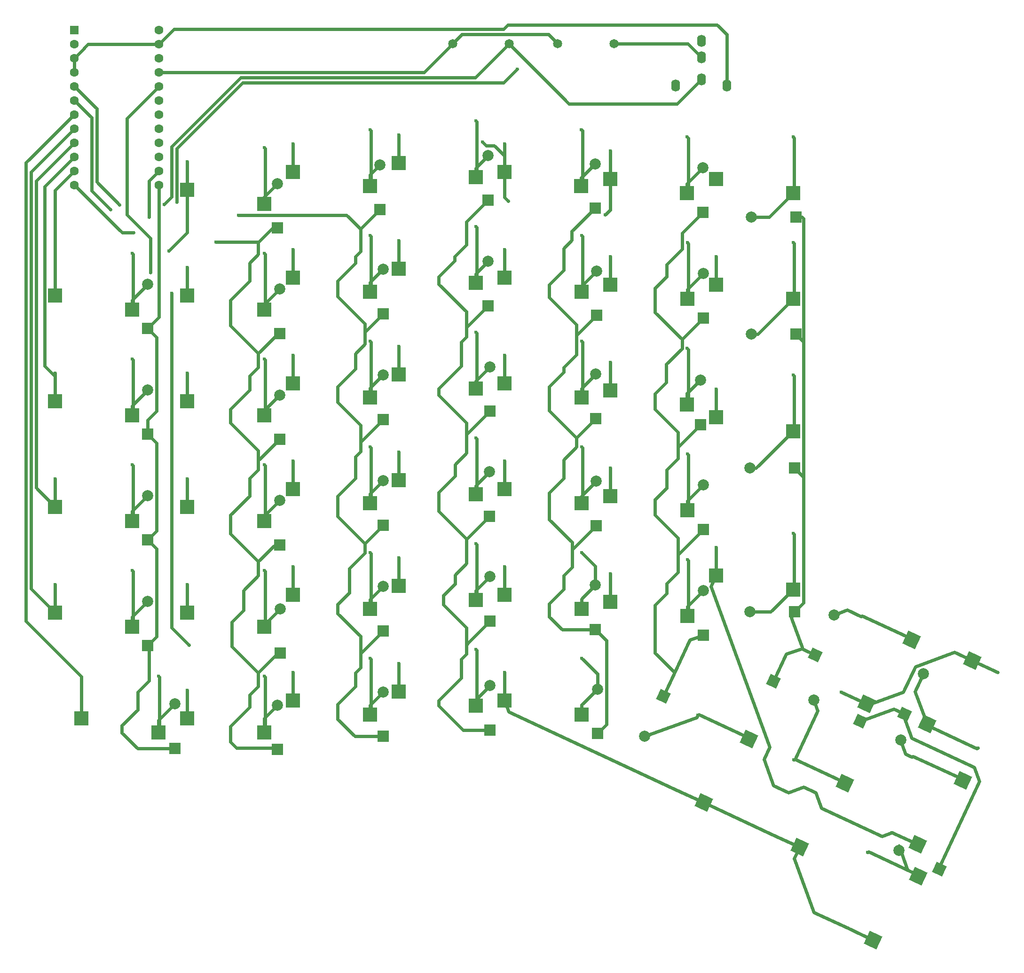
<source format=gbr>
G04 #@! TF.GenerationSoftware,KiCad,Pcbnew,(6.0.9-0)*
G04 #@! TF.CreationDate,2023-04-19T21:40:38+10:00*
G04 #@! TF.ProjectId,ErgoMaxReversible,4572676f-4d61-4785-9265-766572736962,rev?*
G04 #@! TF.SameCoordinates,Original*
G04 #@! TF.FileFunction,Copper,L1,Top*
G04 #@! TF.FilePolarity,Positive*
%FSLAX46Y46*%
G04 Gerber Fmt 4.6, Leading zero omitted, Abs format (unit mm)*
G04 Created by KiCad (PCBNEW (6.0.9-0)) date 2023-04-19 21:40:38*
%MOMM*%
%LPD*%
G01*
G04 APERTURE LIST*
G04 Aperture macros list*
%AMRotRect*
0 Rectangle, with rotation*
0 The origin of the aperture is its center*
0 $1 length*
0 $2 width*
0 $3 Rotation angle, in degrees counterclockwise*
0 Add horizontal line*
21,1,$1,$2,0,0,$3*%
G04 Aperture macros list end*
G04 #@! TA.AperFunction,SMDPad,CuDef*
%ADD10R,2.550000X2.500000*%
G04 #@! TD*
G04 #@! TA.AperFunction,SMDPad,CuDef*
%ADD11RotRect,2.550000X2.500000X65.000000*%
G04 #@! TD*
G04 #@! TA.AperFunction,SMDPad,CuDef*
%ADD12RotRect,2.550000X2.500000X245.000000*%
G04 #@! TD*
G04 #@! TA.AperFunction,ComponentPad*
%ADD13R,1.600000X1.600000*%
G04 #@! TD*
G04 #@! TA.AperFunction,ComponentPad*
%ADD14C,1.600000*%
G04 #@! TD*
G04 #@! TA.AperFunction,ComponentPad*
%ADD15C,2.000000*%
G04 #@! TD*
G04 #@! TA.AperFunction,ComponentPad*
%ADD16R,2.000000X2.000000*%
G04 #@! TD*
G04 #@! TA.AperFunction,ComponentPad*
%ADD17RotRect,2.000000X2.000000X245.000000*%
G04 #@! TD*
G04 #@! TA.AperFunction,ComponentPad*
%ADD18RotRect,2.000000X2.000000X65.000000*%
G04 #@! TD*
G04 #@! TA.AperFunction,ComponentPad*
%ADD19RotRect,2.000000X2.000000X155.000000*%
G04 #@! TD*
G04 #@! TA.AperFunction,ComponentPad*
%ADD20RotRect,2.000000X2.000000X335.000000*%
G04 #@! TD*
G04 #@! TA.AperFunction,ComponentPad*
%ADD21O,1.600000X2.200000*%
G04 #@! TD*
G04 #@! TA.AperFunction,ComponentPad*
%ADD22C,1.651000*%
G04 #@! TD*
G04 #@! TA.AperFunction,ViaPad*
%ADD23C,0.609600*%
G04 #@! TD*
G04 #@! TA.AperFunction,Conductor*
%ADD24C,0.600000*%
G04 #@! TD*
G04 APERTURE END LIST*
D10*
X153558616Y-70529377D03*
X139708616Y-67989377D03*
D11*
X263226594Y-203172059D03*
X271381878Y-191693147D03*
X249998727Y-186447464D03*
X258154011Y-174968552D03*
X232728081Y-178429286D03*
X240883365Y-166950374D03*
D10*
X196868618Y-159985742D03*
X210718618Y-162525742D03*
X177818613Y-158405740D03*
X191668613Y-160945740D03*
X158768620Y-160005739D03*
X172618620Y-162545739D03*
X139718622Y-163205742D03*
X153568622Y-165745742D03*
X120668611Y-163205738D03*
X134518611Y-165745738D03*
D11*
X271259454Y-185932437D03*
X279414738Y-174453525D03*
D10*
X234968619Y-137485741D03*
X248818619Y-140025741D03*
X215918618Y-142245739D03*
X229768618Y-144785739D03*
X196868617Y-140945743D03*
X210718617Y-143485743D03*
X177818616Y-139365741D03*
X191668616Y-141905741D03*
X158768619Y-140975738D03*
X172618619Y-143515738D03*
X139718620Y-144155744D03*
X153568620Y-146695744D03*
X115908614Y-144155738D03*
X129758614Y-146695738D03*
D12*
X281096277Y-152816997D03*
X272940993Y-164295909D03*
D11*
X262050539Y-160617265D03*
X270205823Y-149138353D03*
D10*
X215918610Y-123216582D03*
X229768610Y-125756582D03*
X196868616Y-121905743D03*
X210718616Y-124445743D03*
X177818625Y-120322981D03*
X191668625Y-122862981D03*
X158768619Y-121925985D03*
X172618619Y-124465985D03*
X139710213Y-125117779D03*
X153560213Y-127657779D03*
X115914015Y-125109582D03*
X129764015Y-127649582D03*
X234968620Y-108931381D03*
X248818620Y-111471381D03*
X215876214Y-104171780D03*
X229726214Y-106711780D03*
X210693057Y-105401000D03*
X196843057Y-102861000D03*
X177797655Y-101275284D03*
X191647655Y-103815284D03*
X172603216Y-105418359D03*
X158753216Y-102878359D03*
X153554471Y-108619081D03*
X139704471Y-106079081D03*
X129753700Y-108609480D03*
X115903700Y-106069480D03*
X234968619Y-85111673D03*
X248818619Y-87651673D03*
X215918613Y-85119260D03*
X229768613Y-87659260D03*
X210693216Y-86363164D03*
X196843216Y-83823164D03*
X191651315Y-84770823D03*
X177801315Y-82230823D03*
X158755716Y-83836383D03*
X172605716Y-86376383D03*
X153555714Y-89566383D03*
X139705714Y-87026383D03*
X129750296Y-89566382D03*
X115900296Y-87026382D03*
X248818614Y-68611380D03*
X234968614Y-66071380D03*
X229726369Y-68609383D03*
X215876369Y-66069383D03*
X210688616Y-67309381D03*
X196838616Y-64769381D03*
X191648615Y-65725384D03*
X177798615Y-63185384D03*
X172608623Y-67322783D03*
X158758623Y-64782783D03*
D13*
X119398274Y-39174381D03*
D14*
X119398274Y-41714381D03*
X119398274Y-44254381D03*
X119398274Y-46794381D03*
X119398274Y-49334381D03*
X119398274Y-51874381D03*
X119398274Y-54414381D03*
X119398274Y-56954381D03*
X119398274Y-59494381D03*
X119398274Y-62034381D03*
X119398274Y-64574381D03*
X119398274Y-67114381D03*
X134638274Y-67114381D03*
X134638274Y-64574381D03*
X134638274Y-62034381D03*
X134638274Y-59494381D03*
X134638274Y-56954381D03*
X134638274Y-54414381D03*
X134638274Y-51874381D03*
X134638274Y-49334381D03*
X134638274Y-46794381D03*
X134638274Y-44254381D03*
X134638274Y-41714381D03*
X134638274Y-39174381D03*
D15*
X194162249Y-118829278D03*
D16*
X194162249Y-126829278D03*
X213372274Y-128528543D03*
D15*
X213372274Y-120528543D03*
X232622775Y-121195905D03*
D16*
X232622775Y-129195905D03*
D17*
X252829802Y-151836731D03*
D15*
X256210748Y-144586269D03*
X272276253Y-155216169D03*
D17*
X268895307Y-162466631D03*
D16*
X132612777Y-150135071D03*
D15*
X132612777Y-142135071D03*
X156422778Y-143500000D03*
D16*
X156422778Y-151500000D03*
X175020003Y-147460007D03*
D15*
X175020003Y-139460007D03*
X194182580Y-137716718D03*
D16*
X194182580Y-145716718D03*
X132618182Y-131088904D03*
D15*
X132618182Y-123088904D03*
X175020003Y-120410246D03*
D16*
X175020003Y-128410246D03*
X156345306Y-131990147D03*
D15*
X156345306Y-123990147D03*
X222085646Y-166489987D03*
D18*
X225466592Y-159239525D03*
D16*
X213572778Y-165965071D03*
D15*
X213572778Y-157965071D03*
X194228302Y-157343298D03*
D16*
X194228302Y-165343298D03*
X175020000Y-166490000D03*
D15*
X175020000Y-158490000D03*
X155956000Y-160846000D03*
D16*
X155956000Y-168846000D03*
X137479610Y-168645298D03*
D15*
X137479610Y-160645298D03*
X268181048Y-167130788D03*
D19*
X260930586Y-163749842D03*
D16*
X249048615Y-144035742D03*
D15*
X241048615Y-144035742D03*
X232622776Y-140225065D03*
D16*
X232622776Y-148225065D03*
D19*
X245284186Y-156594665D03*
D15*
X252534648Y-159975611D03*
X213191931Y-139240720D03*
D16*
X213191931Y-147240720D03*
X193920957Y-69844382D03*
D15*
X193920957Y-61844382D03*
X213163990Y-63299808D03*
D16*
X213163990Y-71299808D03*
X232580533Y-72048711D03*
D15*
X232580533Y-64048711D03*
D16*
X249302616Y-72915738D03*
D15*
X241302616Y-72915738D03*
D16*
X132604462Y-93005705D03*
D15*
X132604462Y-85005705D03*
X156340799Y-85898745D03*
D16*
X156340799Y-93898745D03*
X175007099Y-90320650D03*
D15*
X175007099Y-82320650D03*
X193860000Y-80904541D03*
D16*
X193860000Y-88904541D03*
D20*
X275151231Y-190412473D03*
D15*
X267900769Y-187031527D03*
X232622770Y-83098589D03*
D16*
X232622770Y-91098589D03*
X213435777Y-90603799D03*
D15*
X213435777Y-82603799D03*
X155950000Y-66870000D03*
D16*
X155950000Y-74870000D03*
X232122553Y-110298961D03*
D15*
X232122553Y-102298961D03*
X174441045Y-63522798D03*
D16*
X174441045Y-71522798D03*
X249048615Y-118127743D03*
D15*
X241048615Y-118127743D03*
X213303701Y-101216917D03*
D16*
X213303701Y-109216917D03*
X194233377Y-107893586D03*
D15*
X194233377Y-99893586D03*
X175004603Y-101362626D03*
D16*
X175004603Y-109362626D03*
X156339569Y-112951443D03*
D15*
X156339569Y-104951443D03*
X132607859Y-104048807D03*
D16*
X132607859Y-112048807D03*
D15*
X241302617Y-93997740D03*
D16*
X249302617Y-93997740D03*
D21*
X232297818Y-44139940D03*
X232297818Y-41139940D03*
X232297818Y-48139940D03*
X227697818Y-49239940D03*
X236897818Y-49239940D03*
D22*
X216594537Y-41671202D03*
X206434537Y-41671202D03*
X197656294Y-41671199D03*
X187496294Y-41671199D03*
D23*
X210718618Y-152365742D03*
X133096000Y-82855483D03*
X136906000Y-86614000D03*
X130048000Y-75692000D03*
X136398000Y-78994000D03*
X148959477Y-72579378D03*
X132842000Y-72898000D03*
X144856382Y-77356382D03*
X137828816Y-70214258D03*
X125909600Y-71590400D03*
X199136000Y-46228000D03*
X135547374Y-70612000D03*
X127508000Y-70681300D03*
X139708616Y-62909377D03*
X140000000Y-150000000D03*
X234968619Y-80031673D03*
X215918613Y-80039260D03*
X196843216Y-78743164D03*
X177801315Y-77150823D03*
X158755716Y-78756383D03*
X139705714Y-81946383D03*
X139704471Y-100999081D03*
X158753216Y-97798359D03*
X177797655Y-96195284D03*
X196843057Y-97781000D03*
X215876214Y-99091780D03*
X234968620Y-103851381D03*
X215918610Y-118136582D03*
X196868616Y-116825743D03*
X177818625Y-115242981D03*
X158768619Y-116845985D03*
X139710213Y-120037779D03*
X158758623Y-59702783D03*
X177798615Y-58105384D03*
X196838616Y-59689381D03*
X215876369Y-60989383D03*
X234968614Y-66071380D03*
X215000000Y-72500000D03*
X197500000Y-70000000D03*
X192857283Y-59352864D03*
X234968619Y-132405741D03*
X215918618Y-137165739D03*
X196868617Y-135865743D03*
X177818616Y-134285741D03*
X158768619Y-135895738D03*
X139718620Y-139075744D03*
X115908614Y-139075738D03*
X196868618Y-154905742D03*
X177818613Y-153325740D03*
X158768620Y-154925739D03*
X139718622Y-158125742D03*
X120668611Y-158125738D03*
X115914015Y-120029582D03*
X115903700Y-100989480D03*
X115900296Y-81946382D03*
X210718617Y-133325743D03*
X129750296Y-79406382D03*
X129753700Y-98449480D03*
X129764015Y-117489582D03*
X129758614Y-136535738D03*
X134518611Y-155585738D03*
X153568620Y-136535744D03*
X153560213Y-117497779D03*
X153554471Y-98459081D03*
X153555714Y-79406383D03*
X153558616Y-60369377D03*
X172608623Y-57162783D03*
X172605716Y-76216383D03*
X172603216Y-95258359D03*
X172618619Y-114305985D03*
X172618619Y-133355738D03*
X153568622Y-155585742D03*
X172618620Y-152385739D03*
X191668613Y-150785740D03*
X191668616Y-131745741D03*
X191668625Y-112702981D03*
X191647655Y-93655284D03*
X191651315Y-74610823D03*
X191648615Y-55565384D03*
X210688616Y-57149381D03*
X210693216Y-76203164D03*
X210693057Y-95241000D03*
X210718616Y-114285743D03*
X248818619Y-129865741D03*
X248818620Y-101311381D03*
X248818619Y-77491673D03*
X248818614Y-58451380D03*
X229726369Y-58449383D03*
X229768613Y-77499260D03*
X229726214Y-96551780D03*
X229768610Y-115596582D03*
X229768618Y-134625739D03*
X231669429Y-162658913D03*
X248940075Y-170677093D03*
X260991875Y-144846900D03*
X285694464Y-154966236D03*
X257440642Y-158472714D03*
X282143223Y-168592048D03*
X270200797Y-170162067D03*
X266649557Y-183787874D03*
X228118183Y-176284726D03*
X245388828Y-184302905D03*
X258616698Y-201027510D03*
X262167937Y-187401697D03*
D24*
X153568622Y-165745742D02*
X153568622Y-163233378D01*
X153568622Y-163233378D02*
X155956000Y-160846000D01*
X213572778Y-157965071D02*
X213572778Y-155219902D01*
X213572778Y-155219902D02*
X210718618Y-152365742D01*
X241302616Y-72915738D02*
X244514256Y-72915738D01*
X244514256Y-72915738D02*
X248818614Y-68611380D01*
X134638274Y-41714381D02*
X137317733Y-39034922D01*
X137317733Y-39034922D02*
X196677078Y-39034922D01*
X235136297Y-38239939D02*
X236897818Y-40001460D01*
X196677078Y-39034922D02*
X197472061Y-38239939D01*
X197472061Y-38239939D02*
X235136297Y-38239939D01*
X236897818Y-40001460D02*
X236897818Y-49239940D01*
X121158000Y-42494655D02*
X121158000Y-42418000D01*
X121158000Y-42418000D02*
X121861619Y-41714381D01*
X119398274Y-44254381D02*
X121158000Y-42494655D01*
X121861619Y-41714381D02*
X134638274Y-41714381D01*
X136906000Y-146906000D02*
X140000000Y-150000000D01*
X128840696Y-72452696D02*
X133096000Y-76708000D01*
X133096000Y-76708000D02*
X133096000Y-82855483D01*
X128840696Y-55131959D02*
X128840696Y-72452696D01*
X136906000Y-86614000D02*
X136906000Y-146906000D01*
X139708616Y-67989377D02*
X139708616Y-75683384D01*
X139708616Y-75683384D02*
X136398000Y-78994000D01*
X127975893Y-75692000D02*
X119398274Y-67114381D01*
X130048000Y-75692000D02*
X127975893Y-75692000D01*
X134638274Y-64574381D02*
X132842000Y-66370655D01*
X132842000Y-66370655D02*
X132842000Y-72898000D01*
X119398274Y-51874381D02*
X122500000Y-54976107D01*
X122500000Y-54976107D02*
X122500000Y-68180800D01*
X122500000Y-68180800D02*
X125909600Y-71590400D01*
X196707200Y-48656800D02*
X199136000Y-46228000D01*
X149717200Y-48656800D02*
X196707200Y-48656800D01*
X123404800Y-53340907D02*
X123404800Y-66578100D01*
X119398274Y-49334381D02*
X123404800Y-53340907D01*
X149342420Y-47752000D02*
X191575493Y-47752000D01*
X123404800Y-66578100D02*
X127508000Y-70681300D01*
X191575493Y-47752000D02*
X197656294Y-41671199D01*
X135547374Y-70612000D02*
X136924016Y-69235358D01*
X136924016Y-69235358D02*
X136924017Y-60170403D01*
X136924017Y-60170403D02*
X149342420Y-47752000D01*
X137828816Y-70214258D02*
X137828816Y-60545184D01*
X137828816Y-60545184D02*
X149717200Y-48656800D01*
X216594537Y-41671202D02*
X229829080Y-41671202D01*
X229829080Y-41671202D02*
X232297818Y-44139940D01*
X197656294Y-41671199D02*
X208485095Y-52500000D01*
X208485095Y-52500000D02*
X227937758Y-52500000D01*
X227937758Y-52500000D02*
X232297818Y-48139940D01*
X187496294Y-41671199D02*
X189167493Y-40000000D01*
X189167493Y-40000000D02*
X204763335Y-40000000D01*
X204763335Y-40000000D02*
X206434537Y-41671202D01*
X134638274Y-46794381D02*
X182373112Y-46794381D01*
X182373112Y-46794381D02*
X187496294Y-41671199D01*
X119398274Y-44254381D02*
X119398274Y-46794381D01*
X134638274Y-49334381D02*
X128840696Y-55131959D01*
X119398274Y-54414381D02*
X110690400Y-63122255D01*
X120668611Y-155668611D02*
X120668611Y-163205738D01*
X110690400Y-63122255D02*
X110690400Y-145690400D01*
X110690400Y-145690400D02*
X120668611Y-155668611D01*
X119398274Y-56954381D02*
X111595200Y-64757455D01*
X111595200Y-64757455D02*
X111595201Y-139842325D01*
X111595201Y-139842325D02*
X115908614Y-144155738D01*
X115903700Y-101596300D02*
X114020496Y-99713096D01*
X114020496Y-99713096D02*
X114020496Y-67412159D01*
X114020496Y-67412159D02*
X119398274Y-62034381D01*
X119398274Y-59494381D02*
X112500000Y-66392655D01*
X112500000Y-66392655D02*
X112500000Y-121695567D01*
X112500000Y-121695567D02*
X115914015Y-125109582D01*
X115900296Y-81946382D02*
X115900296Y-68072359D01*
X115900296Y-68072359D02*
X119398274Y-64574381D01*
X234968619Y-85111673D02*
X234968619Y-80031673D01*
X215918613Y-85119260D02*
X215918613Y-80039260D01*
X196843216Y-83823164D02*
X196843216Y-78743164D01*
X177801315Y-82230823D02*
X177801315Y-77150823D01*
X158755716Y-83836383D02*
X158755716Y-78756383D01*
X139705714Y-87026383D02*
X139705714Y-81946383D01*
X139704471Y-106079081D02*
X139704471Y-100999081D01*
X158753216Y-102878359D02*
X158753216Y-97798359D01*
X177797655Y-101275284D02*
X177797655Y-96195284D01*
X196843057Y-102861000D02*
X196843057Y-97781000D01*
X215876214Y-104171780D02*
X215876214Y-99091780D01*
X234968620Y-108931381D02*
X234968620Y-103851381D01*
X215918610Y-123216582D02*
X215918610Y-118136582D01*
X196868616Y-121905743D02*
X196868616Y-116825743D01*
X177818625Y-120322981D02*
X177818625Y-115242981D01*
X158768619Y-121925985D02*
X158768619Y-116845985D01*
X139710213Y-125117779D02*
X139710213Y-120037779D01*
X139708616Y-67989377D02*
X139708616Y-62909377D01*
X158758623Y-64782783D02*
X158758623Y-59702783D01*
X177798615Y-63185384D02*
X177798615Y-58105384D01*
X196838616Y-64769381D02*
X196838616Y-59689381D01*
X215876369Y-66069383D02*
X215876369Y-60989383D01*
X215000000Y-72500000D02*
X215876369Y-71623631D01*
X196838616Y-64769381D02*
X196838616Y-69338616D01*
X196838616Y-69338616D02*
X197500000Y-70000000D01*
X215876369Y-71623631D02*
X215876369Y-66069383D01*
X193504419Y-60000000D02*
X195000000Y-60000000D01*
X196838616Y-61838616D02*
X196838616Y-64769381D01*
X192857283Y-59352864D02*
X193504419Y-60000000D01*
X195000000Y-60000000D02*
X196838616Y-61838616D01*
X234968619Y-137485741D02*
X234968619Y-132405741D01*
X215918618Y-142245739D02*
X215918618Y-137165739D01*
X196868617Y-140945743D02*
X196868617Y-135865743D01*
X177818616Y-139365741D02*
X177818616Y-134285741D01*
X158768619Y-140975738D02*
X158768619Y-135895738D01*
X139718620Y-144155744D02*
X139718620Y-139075744D01*
X115908614Y-144155738D02*
X115908614Y-139075738D01*
X196868618Y-159985742D02*
X196868618Y-154905742D01*
X177818613Y-158405740D02*
X177818613Y-153325740D01*
X158768620Y-160005739D02*
X158768620Y-154925739D01*
X139718622Y-163205742D02*
X139718622Y-158125742D01*
X120668611Y-163205738D02*
X120668611Y-158125738D01*
X115914015Y-125109582D02*
X115914015Y-120029582D01*
X115903700Y-106069480D02*
X115903700Y-100989480D01*
X115900296Y-87026382D02*
X115900296Y-81946382D01*
X241048615Y-144035742D02*
X244808618Y-144035742D01*
X244808618Y-144035742D02*
X248818619Y-140025741D01*
X241048615Y-118127743D02*
X242162258Y-118127743D01*
X242162258Y-118127743D02*
X248818620Y-111471381D01*
X241302617Y-93997740D02*
X242472552Y-93997740D01*
X242472552Y-93997740D02*
X248818619Y-87651673D01*
X250698419Y-95393542D02*
X250698419Y-73198419D01*
X250698419Y-73198419D02*
X250415738Y-72915738D01*
X250415738Y-72915738D02*
X249302616Y-72915738D01*
X250698419Y-119777547D02*
X250698419Y-95393542D01*
X250698419Y-95393542D02*
X249302617Y-93997740D01*
X249048615Y-144035742D02*
X250698419Y-142385938D01*
X250698419Y-119777547D02*
X249048615Y-118127743D01*
X250698419Y-142385938D02*
X250698419Y-119777547D01*
X228816614Y-94904745D02*
X223968612Y-90056743D01*
X223968612Y-90056743D02*
X223968612Y-85686881D01*
X223968612Y-85686881D02*
X226022514Y-83632979D01*
X226022514Y-83632979D02*
X226022514Y-81477486D01*
X226022514Y-81477486D02*
X228859013Y-78640987D01*
X228859013Y-78640987D02*
X228859013Y-75770231D01*
X228859013Y-75770231D02*
X232580533Y-72048711D01*
X228068611Y-114352903D02*
X228068611Y-111703317D01*
X228068611Y-111703317D02*
X223926213Y-107560919D01*
X228816614Y-96610520D02*
X228816614Y-94904745D01*
X223926213Y-107560919D02*
X223926213Y-104739401D01*
X223926213Y-104739401D02*
X225980115Y-102685499D01*
X225980115Y-102685499D02*
X225980115Y-99447019D01*
X225980115Y-99447019D02*
X228816614Y-96610520D01*
X228816614Y-94904745D02*
X232622770Y-91098589D01*
X228068619Y-133750061D02*
X228068619Y-130705731D01*
X223968609Y-123784203D02*
X226022511Y-121730301D01*
X228068619Y-130705731D02*
X223968609Y-126605721D01*
X223968609Y-126605721D02*
X223968609Y-123784203D01*
X226022511Y-118491821D02*
X228068611Y-116445721D01*
X226022511Y-121730301D02*
X226022511Y-118491821D01*
X228068611Y-116445721D02*
X228068611Y-114352903D01*
X228068611Y-114352903D02*
X232122553Y-110298961D01*
X227461479Y-154961479D02*
X230189790Y-149110603D01*
X225466588Y-159239530D02*
X227461479Y-154961479D01*
X227461479Y-154961479D02*
X223968617Y-151468617D01*
X223968617Y-151468617D02*
X223968617Y-142813360D01*
X223968617Y-142813360D02*
X226022519Y-140759458D01*
X226022519Y-140759458D02*
X226022519Y-138977481D01*
X226022519Y-138977481D02*
X228068619Y-136931381D01*
X228068619Y-136931381D02*
X228068619Y-133750061D01*
X228068619Y-133750061D02*
X232622775Y-129195905D01*
X209783457Y-94256119D02*
X209783457Y-92283457D01*
X209783457Y-92283457D02*
X204893215Y-87393215D01*
X204893215Y-87393215D02*
X204893215Y-85106785D01*
X204893215Y-85106785D02*
X207500000Y-82500000D01*
X207500000Y-82500000D02*
X207500000Y-78545520D01*
X207500000Y-78545520D02*
X208993217Y-77052303D01*
X208993217Y-77052303D02*
X208993217Y-75470581D01*
X208993217Y-75470581D02*
X213163990Y-71299808D01*
X209809016Y-112690984D02*
X204893056Y-107775024D01*
X207500000Y-100000000D02*
X209783457Y-97716543D01*
X204893056Y-107775024D02*
X204893056Y-103428621D01*
X204893056Y-103428621D02*
X207500000Y-100821677D01*
X207500000Y-100821677D02*
X207500000Y-100000000D01*
X209783457Y-97716543D02*
X209783457Y-94256119D01*
X209783457Y-94256119D02*
X213435777Y-90603799D01*
X209018618Y-132882199D02*
X209018618Y-131518618D01*
X209809016Y-112690984D02*
X213283083Y-109216917D01*
X207500000Y-120000000D02*
X207500000Y-116653499D01*
X204918615Y-127418615D02*
X204918615Y-122581385D01*
X204918615Y-122581385D02*
X207500000Y-120000000D01*
X209018618Y-131518618D02*
X204918615Y-127418615D01*
X207500000Y-116653499D02*
X209809016Y-114344483D01*
X209809016Y-114344483D02*
X209809016Y-112690984D01*
X213283083Y-109216917D02*
X213303701Y-109216917D01*
X213191931Y-147240720D02*
X207240720Y-147240720D01*
X209018618Y-132882199D02*
X213372274Y-128528543D01*
X204918616Y-144918616D02*
X204918616Y-142581384D01*
X207240720Y-147240720D02*
X204918616Y-144918616D01*
X204918616Y-142581384D02*
X207500000Y-140000000D01*
X207500000Y-140000000D02*
X207500000Y-137500000D01*
X207500000Y-137500000D02*
X209018618Y-135981382D01*
X209018618Y-135981382D02*
X209018618Y-132882199D01*
X213191931Y-139240720D02*
X213191931Y-135799057D01*
X213191931Y-135799057D02*
X210718617Y-133325743D01*
X213572778Y-165965071D02*
X215177578Y-164360271D01*
X215177578Y-164360271D02*
X215177578Y-149226367D01*
X215177578Y-149226367D02*
X213191931Y-147240720D01*
X189947656Y-92816885D02*
X189947656Y-89947656D01*
X189947656Y-89947656D02*
X185000000Y-85000000D01*
X185000000Y-85000000D02*
X185000000Y-83649758D01*
X185000000Y-83649758D02*
X187905216Y-80744542D01*
X187905216Y-80744542D02*
X187905216Y-80000000D01*
X190000000Y-77905216D02*
X190000000Y-73765339D01*
X187905216Y-80000000D02*
X190000000Y-77905216D01*
X190000000Y-73765339D02*
X193920957Y-69844382D01*
X190000000Y-112126963D02*
X190000000Y-110000000D01*
X190000000Y-110000000D02*
X185000000Y-105000000D01*
X189036754Y-99777045D02*
X189036754Y-95415325D01*
X189036754Y-95415325D02*
X189947656Y-94504423D01*
X185000000Y-105000000D02*
X185000000Y-103813799D01*
X185000000Y-103813799D02*
X189036754Y-99777045D01*
X189947656Y-94504423D02*
X189947656Y-92816885D01*
X189947656Y-92816885D02*
X193860000Y-88904541D01*
X190000000Y-130991527D02*
X190000000Y-130927985D01*
X190000000Y-130927985D02*
X185000000Y-125927985D01*
X185000000Y-125927985D02*
X185000000Y-122500000D01*
X185000000Y-122500000D02*
X187922526Y-119577474D01*
X187922526Y-117500000D02*
X190000000Y-115422526D01*
X187922526Y-119577474D02*
X187922526Y-117500000D01*
X190000000Y-112126963D02*
X194233377Y-107893586D01*
X190000000Y-115422526D02*
X190000000Y-112126963D01*
X190000000Y-150000000D02*
X190000000Y-146886265D01*
X185868615Y-142754880D02*
X185868615Y-141056602D01*
X187922517Y-139002700D02*
X187922517Y-137380666D01*
X190000000Y-130991527D02*
X194162249Y-126829278D01*
X190000000Y-146886265D02*
X185868615Y-142754880D01*
X185868615Y-141056602D02*
X187922517Y-139002700D01*
X187922517Y-137380666D02*
X190000000Y-135303183D01*
X190000000Y-135303183D02*
X190000000Y-130991527D01*
X190000000Y-151603493D02*
X190000000Y-150000000D01*
X190123860Y-149876140D02*
X190123860Y-149775438D01*
X189057712Y-152545781D02*
X190000000Y-151603493D01*
X189057712Y-155942288D02*
X189057712Y-152545781D01*
X185000000Y-160000000D02*
X189057712Y-155942288D01*
X194228302Y-165343298D02*
X189417031Y-165343298D01*
X190123860Y-149775438D02*
X194182580Y-145716718D01*
X189417031Y-165343298D02*
X185000000Y-160926267D01*
X185000000Y-160926267D02*
X185000000Y-160000000D01*
X190000000Y-150000000D02*
X190123860Y-149876140D01*
X170905717Y-75058126D02*
X168426969Y-72579378D01*
X168426969Y-72579378D02*
X148959477Y-72579378D01*
X171693616Y-93634133D02*
X171693616Y-92113423D01*
X170905717Y-75058126D02*
X174441045Y-71522798D01*
X171693616Y-92113423D02*
X166805715Y-87225522D01*
X166805715Y-87225522D02*
X166805715Y-84404004D01*
X166805715Y-84404004D02*
X169994815Y-81214904D01*
X169994815Y-81214904D02*
X169994815Y-80005185D01*
X169994815Y-80005185D02*
X170905717Y-79094283D01*
X170905717Y-79094283D02*
X170905717Y-75058126D01*
X170918620Y-113448609D02*
X170918620Y-110382903D01*
X170918620Y-110382903D02*
X166803215Y-106267498D01*
X166803215Y-106267498D02*
X166803215Y-103445980D01*
X166803215Y-103445980D02*
X169992315Y-100256880D01*
X169992315Y-100256880D02*
X169992315Y-97507685D01*
X169992315Y-97507685D02*
X171693616Y-95806384D01*
X171693616Y-95806384D02*
X171693616Y-93634133D01*
X171693616Y-93634133D02*
X175007099Y-90320650D01*
X171709019Y-131721230D02*
X166818618Y-126830829D01*
X166818618Y-126830829D02*
X166818618Y-123181382D01*
X166818618Y-123181382D02*
X170000000Y-120000000D01*
X170918620Y-113448609D02*
X175004603Y-109362626D01*
X170000000Y-120000000D02*
X170000000Y-116073744D01*
X170000000Y-116073744D02*
X170918620Y-115155124D01*
X170918620Y-115155124D02*
X170918620Y-113448609D01*
X170918621Y-151561389D02*
X170918621Y-148464880D01*
X170918621Y-148464880D02*
X166818618Y-144364877D01*
X166818618Y-144364877D02*
X166818618Y-142666599D01*
X166818618Y-142666599D02*
X168872520Y-140612697D01*
X168872520Y-140612697D02*
X168872520Y-136250977D01*
X168872520Y-136250977D02*
X171709019Y-133414478D01*
X171709019Y-133414478D02*
X171709019Y-131721230D01*
X171709019Y-131721230D02*
X175020003Y-128410246D01*
X175020000Y-166490000D02*
X169913741Y-166490000D01*
X169913741Y-166490000D02*
X166818619Y-163394878D01*
X166818619Y-163394878D02*
X166818619Y-160681381D01*
X166818619Y-160681381D02*
X170000000Y-157500000D01*
X170000000Y-157500000D02*
X170000000Y-155000000D01*
X170000000Y-155000000D02*
X170918621Y-154081379D01*
X170918621Y-154081379D02*
X170918621Y-151561389D01*
X170918621Y-151561389D02*
X175020003Y-147460007D01*
X152500000Y-77500000D02*
X152356382Y-77356382D01*
X152356382Y-77356382D02*
X144856382Y-77356382D01*
X132604462Y-93005705D02*
X134638274Y-90971893D01*
X134638274Y-90971893D02*
X134638274Y-67114381D01*
X152500000Y-97500000D02*
X147500000Y-92500000D01*
X147500000Y-92500000D02*
X147500000Y-87849717D01*
X147500000Y-87849717D02*
X150944813Y-84404904D01*
X150944813Y-84404904D02*
X150944813Y-81166424D01*
X150944813Y-81166424D02*
X152500000Y-79611237D01*
X155130000Y-74870000D02*
X155950000Y-74870000D01*
X152500000Y-79611237D02*
X152500000Y-77500000D01*
X152500000Y-77500000D02*
X155130000Y-74870000D01*
X152500000Y-100000000D02*
X152500000Y-97500000D01*
X150943570Y-101556430D02*
X152500000Y-100000000D01*
X147500000Y-107500000D02*
X150943570Y-104056430D01*
X147500000Y-110000000D02*
X147500000Y-107500000D01*
X152500000Y-117500000D02*
X152500000Y-116791012D01*
X152500000Y-118416563D02*
X152500000Y-117500000D01*
X150943570Y-104056430D02*
X150943570Y-101556430D01*
X152500000Y-117500000D02*
X152500000Y-115000000D01*
X152500000Y-97500000D02*
X156101255Y-93898745D01*
X152500000Y-115000000D02*
X147500000Y-110000000D01*
X156101255Y-93898745D02*
X156340799Y-93898745D01*
X152500000Y-135000000D02*
X147500000Y-130000000D01*
X147500000Y-130000000D02*
X147500000Y-126607364D01*
X147500000Y-126607364D02*
X150949312Y-123158052D01*
X150949312Y-123158052D02*
X150949312Y-119967251D01*
X150949312Y-119967251D02*
X152500000Y-118416563D01*
X152500000Y-116791012D02*
X156339569Y-112951443D01*
X152500000Y-137500000D02*
X152500000Y-135000000D01*
X149822521Y-140177479D02*
X152500000Y-137500000D01*
X152500000Y-135000000D02*
X155509853Y-131990147D01*
X149822521Y-143792703D02*
X149822521Y-140177479D01*
X147768619Y-145846605D02*
X149822521Y-143792703D01*
X152500000Y-155000000D02*
X147768619Y-150268619D01*
X155509853Y-131990147D02*
X156345306Y-131990147D01*
X147768619Y-150268619D02*
X147768619Y-145846605D01*
X152500000Y-157500000D02*
X152500000Y-155000000D01*
X156000000Y-151500000D02*
X156422778Y-151500000D01*
X150957721Y-159042279D02*
X152500000Y-157500000D01*
X148592000Y-168592000D02*
X147500000Y-167500000D01*
X150957721Y-161246015D02*
X150957721Y-159042279D01*
X147500000Y-164703736D02*
X150957721Y-161246015D01*
X156210000Y-168592000D02*
X148592000Y-168592000D01*
X147500000Y-167500000D02*
X147500000Y-164703736D01*
X152500000Y-155000000D02*
X156000000Y-151500000D01*
X132607859Y-112048807D02*
X132607859Y-109441093D01*
X132607859Y-109441093D02*
X134212659Y-107836293D01*
X134212659Y-107836293D02*
X134212659Y-94613902D01*
X134212659Y-94613902D02*
X132604462Y-93005705D01*
X132618182Y-131088904D02*
X134222982Y-129484104D01*
X134222982Y-113663930D02*
X132607859Y-112048807D01*
X134222982Y-129484104D02*
X134222982Y-113663930D01*
X132612777Y-150135071D02*
X134217577Y-148530271D01*
X134217577Y-148530271D02*
X134217577Y-132688299D01*
X134217577Y-132688299D02*
X132618182Y-131088904D01*
X137479610Y-168645298D02*
X130769031Y-168645298D01*
X127970000Y-165846267D02*
X127970000Y-164521969D01*
X130772512Y-161719457D02*
X130772512Y-158488779D01*
X130769031Y-168645298D02*
X127970000Y-165846267D01*
X127970000Y-164521969D02*
X130772512Y-161719457D01*
X130772512Y-158488779D02*
X132820000Y-156441291D01*
X132820000Y-156441291D02*
X132820000Y-150342294D01*
X132820000Y-150342294D02*
X132612777Y-150135071D01*
X153558616Y-70529377D02*
X153558616Y-69261384D01*
X153558616Y-69261384D02*
X155950000Y-66870000D01*
X153555714Y-89566383D02*
X153555714Y-88683830D01*
X153555714Y-88683830D02*
X156340799Y-85898745D01*
X153554471Y-108619081D02*
X153554471Y-107736541D01*
X153554471Y-107736541D02*
X156339569Y-104951443D01*
X153560213Y-127657779D02*
X153560213Y-126775240D01*
X153560213Y-126775240D02*
X156345306Y-123990147D01*
X153568620Y-146695744D02*
X153568620Y-146354158D01*
X153568620Y-146354158D02*
X156422778Y-143500000D01*
X134518611Y-165745738D02*
X134518611Y-163606297D01*
X134518611Y-163606297D02*
X137479610Y-160645298D01*
X129758614Y-146695738D02*
X129758614Y-144989234D01*
X129758614Y-144989234D02*
X132612777Y-142135071D01*
X129764015Y-127649582D02*
X129764015Y-125943071D01*
X129764015Y-125943071D02*
X132618182Y-123088904D01*
X129753700Y-108609480D02*
X129753700Y-106902966D01*
X129753700Y-106902966D02*
X132607859Y-104048807D01*
X129750296Y-89566382D02*
X129750296Y-87859871D01*
X129750296Y-87859871D02*
X132604462Y-85005705D01*
X172605716Y-86376383D02*
X172605716Y-84669869D01*
X172605716Y-84669869D02*
X175459874Y-81815711D01*
X172603216Y-105418359D02*
X172603216Y-103711849D01*
X172603216Y-103711849D02*
X175457378Y-100857687D01*
X172618619Y-124465985D02*
X172618619Y-122759466D01*
X172618619Y-122759466D02*
X175472778Y-119905307D01*
X172618619Y-143515738D02*
X172618619Y-141809227D01*
X172618619Y-141809227D02*
X175472778Y-138955068D01*
X172618620Y-162545739D02*
X172618620Y-160839216D01*
X172618620Y-160839216D02*
X175472775Y-157985061D01*
X191668613Y-160945740D02*
X191668613Y-159902987D01*
X191668613Y-159902987D02*
X194228302Y-157343298D01*
X191668616Y-141905741D02*
X191668616Y-140230682D01*
X191668616Y-140230682D02*
X194182580Y-137716718D01*
X191668625Y-122862981D02*
X191668625Y-121322902D01*
X191668625Y-121322902D02*
X194162249Y-118829278D01*
X191647655Y-103815284D02*
X191647655Y-102479308D01*
X191647655Y-102479308D02*
X194233377Y-99893586D01*
X191651315Y-84770823D02*
X191651315Y-83113226D01*
X191651315Y-83113226D02*
X193860000Y-80904541D01*
X210688616Y-67309381D02*
X210688616Y-65775182D01*
X210688616Y-65775182D02*
X213163990Y-63299808D01*
X210693216Y-86363164D02*
X210693216Y-85346360D01*
X210693216Y-85346360D02*
X213435777Y-82603799D01*
X210693057Y-105401000D02*
X210693057Y-103827561D01*
X210693057Y-103827561D02*
X213303701Y-101216917D01*
X210718616Y-124445743D02*
X210718616Y-123182201D01*
X210718616Y-123182201D02*
X213372274Y-120528543D01*
X210718617Y-143485743D02*
X210718617Y-141714034D01*
X210718617Y-141714034D02*
X213191931Y-139240720D01*
X210718618Y-162525742D02*
X210718618Y-160819231D01*
X210718618Y-160819231D02*
X213572778Y-157965071D01*
X229768618Y-144785739D02*
X229768618Y-143079223D01*
X229768618Y-143079223D02*
X232622776Y-140225065D01*
X229768610Y-125756582D02*
X229768610Y-124050070D01*
X229768610Y-124050070D02*
X232622775Y-121195905D01*
X229726214Y-106711780D02*
X229726214Y-104695300D01*
X229726214Y-104695300D02*
X232122553Y-102298961D01*
X229768613Y-87659260D02*
X229768613Y-85952746D01*
X229768613Y-85952746D02*
X232622770Y-83098589D01*
X229726369Y-68609383D02*
X229726369Y-66902875D01*
X229726369Y-66902875D02*
X232580533Y-64048711D01*
X191648615Y-65725384D02*
X191648615Y-64116724D01*
X191648615Y-64116724D02*
X193920957Y-61844382D01*
X172608623Y-67322783D02*
X172608623Y-65303056D01*
X172608623Y-65303056D02*
X174893820Y-63017859D01*
X129750296Y-89566382D02*
X129941197Y-89375481D01*
X129941197Y-89375481D02*
X129941197Y-79597283D01*
X129941197Y-79597283D02*
X129750296Y-79406382D01*
X129753700Y-108609480D02*
X129944601Y-108418579D01*
X129944601Y-108418579D02*
X129944601Y-98640381D01*
X129944601Y-98640381D02*
X129753700Y-98449480D01*
X129764015Y-127649582D02*
X129954916Y-127458681D01*
X129954916Y-117680483D02*
X129764015Y-117489582D01*
X129954916Y-127458681D02*
X129954916Y-117680483D01*
X129758614Y-146695738D02*
X129949515Y-146504837D01*
X129949515Y-136726639D02*
X129758614Y-136535738D01*
X129949515Y-146504837D02*
X129949515Y-136726639D01*
X134518611Y-165745738D02*
X134709512Y-165554837D01*
X134709512Y-165554837D02*
X134709512Y-155776639D01*
X134709512Y-155776639D02*
X134518611Y-155585738D01*
X153568620Y-146695744D02*
X153759521Y-146504843D01*
X153759521Y-146504843D02*
X153759521Y-136726645D01*
X153759521Y-136726645D02*
X153568620Y-136535744D01*
X153560213Y-127657779D02*
X153751114Y-127466878D01*
X153751114Y-127466878D02*
X153751114Y-117688680D01*
X153751114Y-117688680D02*
X153560213Y-117497779D01*
X153554471Y-108619081D02*
X153745372Y-108428180D01*
X153745372Y-108428180D02*
X153745372Y-98649982D01*
X153745372Y-98649982D02*
X153554471Y-98459081D01*
X153555714Y-89566383D02*
X153746615Y-89375482D01*
X153746615Y-79597284D02*
X153555714Y-79406383D01*
X153746615Y-89375482D02*
X153746615Y-79597284D01*
X153558616Y-70529377D02*
X153749517Y-70338476D01*
X153749517Y-70338476D02*
X153749517Y-60560278D01*
X153749517Y-60560278D02*
X153558616Y-60369377D01*
X172608623Y-67322783D02*
X172799524Y-67131882D01*
X172799524Y-57353684D02*
X172608623Y-57162783D01*
X172799524Y-67131882D02*
X172799524Y-57353684D01*
X172605716Y-86376383D02*
X172796617Y-86185482D01*
X172796617Y-86185482D02*
X172796617Y-76407284D01*
X172796617Y-76407284D02*
X172605716Y-76216383D01*
X172603216Y-105418359D02*
X172794117Y-105227458D01*
X172794117Y-95449260D02*
X172603216Y-95258359D01*
X172794117Y-105227458D02*
X172794117Y-95449260D01*
X172618619Y-124465985D02*
X172809520Y-124275084D01*
X172809520Y-124275084D02*
X172809520Y-114496886D01*
X172809520Y-114496886D02*
X172618619Y-114305985D01*
X172618619Y-143515738D02*
X172809520Y-143324837D01*
X172809520Y-143324837D02*
X172809520Y-133546639D01*
X172809520Y-133546639D02*
X172618619Y-133355738D01*
X153568622Y-165745742D02*
X153759523Y-165554841D01*
X153759523Y-165554841D02*
X153759523Y-155776643D01*
X153759523Y-155776643D02*
X153568622Y-155585742D01*
X172618620Y-162545739D02*
X172809521Y-162354838D01*
X172809521Y-162354838D02*
X172809521Y-152576640D01*
X172809521Y-152576640D02*
X172618620Y-152385739D01*
X191668613Y-160945740D02*
X191859514Y-160754839D01*
X191859514Y-160754839D02*
X191859514Y-150976641D01*
X191859514Y-150976641D02*
X191668613Y-150785740D01*
X191668616Y-141905741D02*
X191859517Y-141714840D01*
X191859517Y-141714840D02*
X191859517Y-131936642D01*
X191859517Y-131936642D02*
X191668616Y-131745741D01*
X191668625Y-122862981D02*
X191859526Y-122672080D01*
X191859526Y-122672080D02*
X191859526Y-112893882D01*
X191859526Y-112893882D02*
X191668625Y-112702981D01*
X191647655Y-103815284D02*
X191838556Y-103624383D01*
X191838556Y-103624383D02*
X191838556Y-93846185D01*
X191838556Y-93846185D02*
X191647655Y-93655284D01*
X191651315Y-84770823D02*
X191842216Y-84579922D01*
X191842216Y-74801724D02*
X191651315Y-74610823D01*
X191842216Y-84579922D02*
X191842216Y-74801724D01*
X191648615Y-65725384D02*
X191839516Y-65534483D01*
X191839516Y-65534483D02*
X191839516Y-55756285D01*
X191839516Y-55756285D02*
X191648615Y-55565384D01*
X210688616Y-67309381D02*
X210879517Y-67118480D01*
X210879517Y-67118480D02*
X210879517Y-57340282D01*
X210879517Y-57340282D02*
X210688616Y-57149381D01*
X210693216Y-86363164D02*
X210884117Y-86172263D01*
X210884117Y-86172263D02*
X210884117Y-76394065D01*
X210884117Y-76394065D02*
X210693216Y-76203164D01*
X210693057Y-105401000D02*
X210883958Y-105210099D01*
X210883958Y-105210099D02*
X210883958Y-95431901D01*
X210883958Y-95431901D02*
X210693057Y-95241000D01*
X210718616Y-124445743D02*
X210909517Y-124254842D01*
X210909517Y-124254842D02*
X210909517Y-114476644D01*
X210909517Y-114476644D02*
X210718616Y-114285743D01*
X248818619Y-140025741D02*
X249009520Y-139834840D01*
X249009520Y-139834840D02*
X249009520Y-130056642D01*
X249009520Y-130056642D02*
X248818619Y-129865741D01*
X248818620Y-111471381D02*
X249009521Y-111280480D01*
X249009521Y-111280480D02*
X249009521Y-101502282D01*
X249009521Y-101502282D02*
X248818620Y-101311381D01*
X248818619Y-87651673D02*
X249009520Y-87460772D01*
X249009520Y-87460772D02*
X249009520Y-77682574D01*
X249009520Y-77682574D02*
X248818619Y-77491673D01*
X248818614Y-68611380D02*
X249009515Y-68420479D01*
X249009515Y-68420479D02*
X249009515Y-58642281D01*
X249009515Y-58642281D02*
X248818614Y-58451380D01*
X229726369Y-68609383D02*
X229917270Y-68418482D01*
X229917270Y-68418482D02*
X229917270Y-58640284D01*
X229917270Y-58640284D02*
X229726369Y-58449383D01*
X229768613Y-87659260D02*
X229959514Y-87468359D01*
X229959514Y-87468359D02*
X229959514Y-77690161D01*
X229959514Y-77690161D02*
X229768613Y-77499260D01*
X229726214Y-106711780D02*
X229917115Y-106520879D01*
X229917115Y-106520879D02*
X229917115Y-96742681D01*
X229917115Y-96742681D02*
X229726214Y-96551780D01*
X229768610Y-125756582D02*
X229959511Y-125565681D01*
X229959511Y-125565681D02*
X229959511Y-115787483D01*
X229959511Y-115787483D02*
X229768610Y-115596582D01*
X229768618Y-144785739D02*
X229959519Y-144594838D01*
X229959519Y-144594838D02*
X229959519Y-134816640D01*
X229959519Y-134816640D02*
X229768618Y-134625739D01*
X266649557Y-183787874D02*
X264792580Y-184463757D01*
X264792580Y-184463757D02*
X253915239Y-179391569D01*
X245267958Y-175359283D02*
X243551562Y-170643525D01*
X253915239Y-179391569D02*
X252921787Y-176662094D01*
X252921787Y-176662094D02*
X250695978Y-175624179D01*
X250695978Y-175624179D02*
X247966493Y-176617636D01*
X247966493Y-176617636D02*
X245267958Y-175359283D01*
X243551562Y-170643525D02*
X244590806Y-168414851D01*
X244590806Y-168414851D02*
X234050311Y-139455060D01*
X234050311Y-139455060D02*
X234968620Y-137485740D01*
X230189790Y-149110603D02*
X232622772Y-148225068D01*
X231669429Y-162658913D02*
X231476744Y-163072123D01*
X231476744Y-163072123D02*
X222079792Y-166492335D01*
X240877514Y-166952723D02*
X240785175Y-166699022D01*
X240785175Y-166699022D02*
X231923124Y-162566577D01*
X231923124Y-162566577D02*
X231669429Y-162658913D01*
X248940075Y-170677093D02*
X249164661Y-170595348D01*
X249164661Y-170595348D02*
X253224427Y-161889165D01*
X253224427Y-161889165D02*
X252528798Y-159977955D01*
X258148160Y-174970900D02*
X258055820Y-174717203D01*
X258055820Y-174717203D02*
X249193763Y-170584759D01*
X249193763Y-170584759D02*
X248940075Y-170677093D01*
X250571933Y-150788936D02*
X250504744Y-150604349D01*
X247575620Y-151670465D02*
X250504744Y-150604349D01*
X250504744Y-150604349D02*
X248521601Y-145155715D01*
X245278336Y-156597006D02*
X247575620Y-151670465D01*
X252823952Y-151839074D02*
X250571933Y-150788936D01*
X248521601Y-145155715D02*
X249042768Y-144038087D01*
X260991875Y-144846900D02*
X258582316Y-143723297D01*
X258582316Y-143723297D02*
X256204893Y-144588612D01*
X270199973Y-149140704D02*
X270107635Y-148887007D01*
X270107635Y-148887007D02*
X261245573Y-144754561D01*
X261245573Y-144754561D02*
X260991875Y-144846900D01*
X268889456Y-162468972D02*
X268718241Y-162836141D01*
X268718241Y-162836141D02*
X270150732Y-166771881D01*
X282356430Y-174575384D02*
X275226237Y-189866136D01*
X270150732Y-166771881D02*
X281430632Y-172031782D01*
X281430632Y-172031782D02*
X282356430Y-174575384D01*
X281090419Y-152819335D02*
X285694464Y-154966236D01*
X268889456Y-162468972D02*
X266943465Y-161561546D01*
X266943465Y-161561546D02*
X260924730Y-163752188D01*
X262044681Y-160619617D02*
X257440642Y-158472714D01*
X270819391Y-153918649D02*
X268675203Y-158516860D01*
X277911921Y-151337181D02*
X270819391Y-153918649D01*
X268675203Y-158516860D02*
X262418725Y-160794035D01*
X281090419Y-152819335D02*
X277911921Y-151337181D01*
X262418725Y-160794035D02*
X262044681Y-160619617D01*
X272935134Y-164298251D02*
X270787692Y-158398193D01*
X270787692Y-158398193D02*
X272270406Y-155218514D01*
X272935134Y-164298251D02*
X273027474Y-164551940D01*
X273027474Y-164551940D02*
X281889535Y-168684389D01*
X281889535Y-168684389D02*
X282143223Y-168592048D01*
X270200797Y-170162067D02*
X269088926Y-169643588D01*
X269088926Y-169643588D02*
X268175197Y-167133131D01*
X279408885Y-174455867D02*
X279316551Y-174202170D01*
X279316551Y-174202170D02*
X270454490Y-170069721D01*
X270454490Y-170069721D02*
X270200797Y-170162067D01*
X271253605Y-185934776D02*
X266649557Y-183787874D01*
X228118183Y-176284726D02*
X197617646Y-162062090D01*
X197617646Y-162062090D02*
X196862765Y-159988083D01*
X232722230Y-178431630D02*
X228118183Y-176284726D01*
X245388828Y-184302905D02*
X232764693Y-178416175D01*
X232764693Y-178416175D02*
X232722230Y-178431630D01*
X249992871Y-186449815D02*
X245388828Y-184302905D01*
X258616698Y-201027510D02*
X252571656Y-198208654D01*
X252571656Y-198208654D02*
X249037491Y-188498619D01*
X249037491Y-188498619D02*
X249992871Y-186449815D01*
X263220744Y-203174405D02*
X258616698Y-201027510D01*
X269436535Y-190541032D02*
X267847556Y-186175333D01*
X271283690Y-191441799D02*
X262421631Y-187309355D01*
X271376028Y-191695496D02*
X271283690Y-191441799D01*
X262421631Y-187309355D02*
X262167937Y-187401697D01*
M02*

</source>
